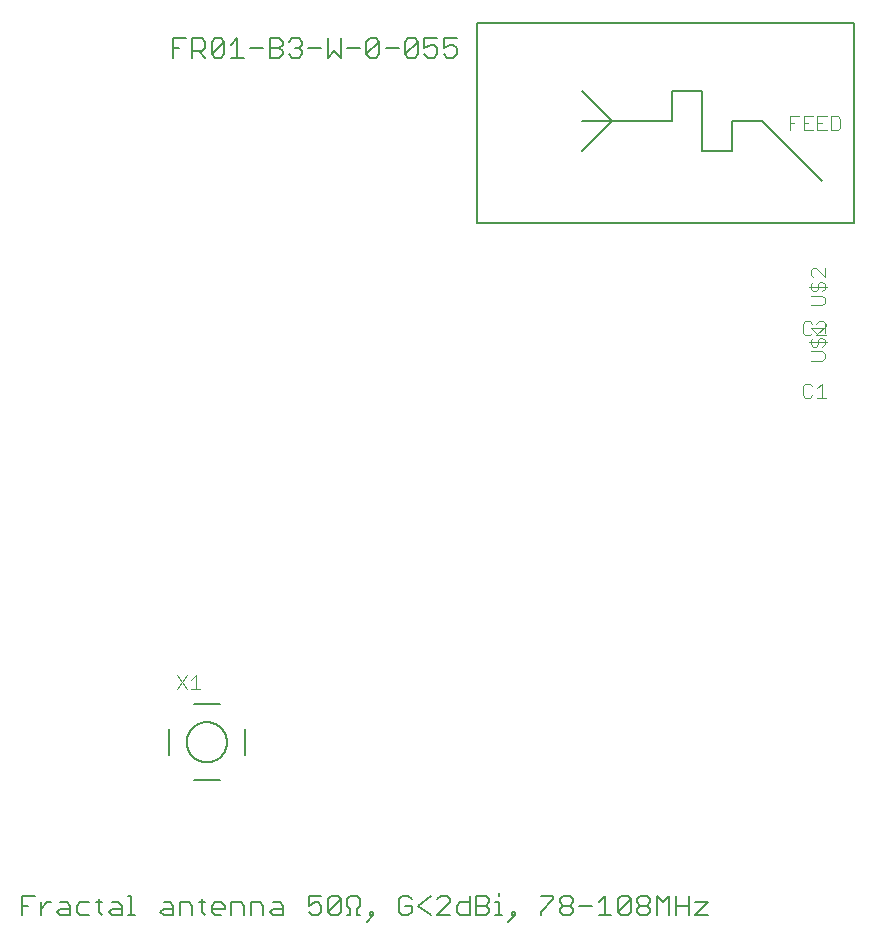
<source format=gbr>
G75*
%MOIN*%
%OFA0B0*%
%FSLAX25Y25*%
%IPPOS*%
%LPD*%
%AMOC8*
5,1,8,0,0,1.08239X$1,22.5*
%
%ADD10C,0.00600*%
%ADD11C,0.00500*%
%ADD12C,0.00400*%
%ADD13C,0.00800*%
D10*
X0003633Y0016347D02*
X0003633Y0022753D01*
X0007904Y0022753D01*
X0010079Y0020618D02*
X0010079Y0016347D01*
X0010079Y0018482D02*
X0012214Y0020618D01*
X0013282Y0020618D01*
X0016518Y0020618D02*
X0018653Y0020618D01*
X0019720Y0019550D01*
X0019720Y0016347D01*
X0016518Y0016347D01*
X0015450Y0017415D01*
X0016518Y0018482D01*
X0019720Y0018482D01*
X0021896Y0019550D02*
X0021896Y0017415D01*
X0022963Y0016347D01*
X0026166Y0016347D01*
X0029409Y0017415D02*
X0029409Y0021685D01*
X0030476Y0020618D02*
X0028341Y0020618D01*
X0026166Y0020618D02*
X0022963Y0020618D01*
X0021896Y0019550D01*
X0029409Y0017415D02*
X0030476Y0016347D01*
X0032638Y0017415D02*
X0033706Y0018482D01*
X0036908Y0018482D01*
X0036908Y0019550D02*
X0036908Y0016347D01*
X0033706Y0016347D01*
X0032638Y0017415D01*
X0033706Y0020618D02*
X0035841Y0020618D01*
X0036908Y0019550D01*
X0039084Y0022753D02*
X0040151Y0022753D01*
X0040151Y0016347D01*
X0039084Y0016347D02*
X0041219Y0016347D01*
X0049826Y0017415D02*
X0050894Y0018482D01*
X0054096Y0018482D01*
X0054096Y0019550D02*
X0054096Y0016347D01*
X0050894Y0016347D01*
X0049826Y0017415D01*
X0050894Y0020618D02*
X0053029Y0020618D01*
X0054096Y0019550D01*
X0056272Y0020618D02*
X0056272Y0016347D01*
X0056272Y0020618D02*
X0059474Y0020618D01*
X0060542Y0019550D01*
X0060542Y0016347D01*
X0063785Y0017415D02*
X0063785Y0021685D01*
X0064852Y0020618D02*
X0062717Y0020618D01*
X0063785Y0017415D02*
X0064852Y0016347D01*
X0067014Y0017415D02*
X0067014Y0019550D01*
X0068082Y0020618D01*
X0070217Y0020618D01*
X0071284Y0019550D01*
X0071284Y0018482D01*
X0067014Y0018482D01*
X0067014Y0017415D02*
X0068082Y0016347D01*
X0070217Y0016347D01*
X0073460Y0016347D02*
X0073460Y0020618D01*
X0076662Y0020618D01*
X0077730Y0019550D01*
X0077730Y0016347D01*
X0079905Y0016347D02*
X0079905Y0020618D01*
X0083108Y0020618D01*
X0084175Y0019550D01*
X0084175Y0016347D01*
X0086351Y0017415D02*
X0087418Y0018482D01*
X0090621Y0018482D01*
X0090621Y0019550D02*
X0090621Y0016347D01*
X0087418Y0016347D01*
X0086351Y0017415D01*
X0087418Y0020618D02*
X0089553Y0020618D01*
X0090621Y0019550D01*
X0099242Y0019550D02*
X0101377Y0020618D01*
X0102444Y0020618D01*
X0103512Y0019550D01*
X0103512Y0017415D01*
X0102444Y0016347D01*
X0100309Y0016347D01*
X0099242Y0017415D01*
X0099242Y0019550D02*
X0099242Y0022753D01*
X0103512Y0022753D01*
X0105687Y0021685D02*
X0106755Y0022753D01*
X0108890Y0022753D01*
X0109957Y0021685D01*
X0105687Y0017415D01*
X0106755Y0016347D01*
X0108890Y0016347D01*
X0109957Y0017415D01*
X0109957Y0021685D01*
X0112133Y0021685D02*
X0113200Y0022753D01*
X0115335Y0022753D01*
X0116403Y0021685D01*
X0116403Y0019550D01*
X0115335Y0018482D01*
X0115335Y0016347D01*
X0116403Y0016347D01*
X0118578Y0014212D02*
X0120713Y0016347D01*
X0119646Y0016347D01*
X0119646Y0017415D01*
X0120713Y0017415D01*
X0120713Y0016347D01*
X0129321Y0017415D02*
X0130388Y0016347D01*
X0132523Y0016347D01*
X0133591Y0017415D01*
X0133591Y0019550D01*
X0131456Y0019550D01*
X0133591Y0021685D02*
X0132523Y0022753D01*
X0130388Y0022753D01*
X0129321Y0021685D01*
X0129321Y0017415D01*
X0135766Y0019550D02*
X0140036Y0016347D01*
X0142212Y0016347D02*
X0146482Y0020618D01*
X0146482Y0021685D01*
X0145414Y0022753D01*
X0143279Y0022753D01*
X0142212Y0021685D01*
X0140036Y0022753D02*
X0135766Y0019550D01*
X0142212Y0016347D02*
X0146482Y0016347D01*
X0148657Y0017415D02*
X0148657Y0019550D01*
X0149725Y0020618D01*
X0152927Y0020618D01*
X0152927Y0022753D02*
X0152927Y0016347D01*
X0149725Y0016347D01*
X0148657Y0017415D01*
X0155103Y0016347D02*
X0155103Y0022753D01*
X0158305Y0022753D01*
X0159373Y0021685D01*
X0159373Y0020618D01*
X0158305Y0019550D01*
X0155103Y0019550D01*
X0158305Y0019550D02*
X0159373Y0018482D01*
X0159373Y0017415D01*
X0158305Y0016347D01*
X0155103Y0016347D01*
X0161548Y0016347D02*
X0163683Y0016347D01*
X0162616Y0016347D02*
X0162616Y0020618D01*
X0161548Y0020618D01*
X0162616Y0022753D02*
X0162616Y0023820D01*
X0166913Y0017415D02*
X0166913Y0016347D01*
X0167980Y0016347D01*
X0167980Y0017415D01*
X0166913Y0017415D01*
X0167980Y0016347D02*
X0165845Y0014212D01*
X0176587Y0016347D02*
X0176587Y0017415D01*
X0180858Y0021685D01*
X0180858Y0022753D01*
X0176587Y0022753D01*
X0183033Y0021685D02*
X0183033Y0020618D01*
X0184101Y0019550D01*
X0186236Y0019550D01*
X0187303Y0018482D01*
X0187303Y0017415D01*
X0186236Y0016347D01*
X0184101Y0016347D01*
X0183033Y0017415D01*
X0183033Y0018482D01*
X0184101Y0019550D01*
X0186236Y0019550D02*
X0187303Y0020618D01*
X0187303Y0021685D01*
X0186236Y0022753D01*
X0184101Y0022753D01*
X0183033Y0021685D01*
X0189478Y0019550D02*
X0193749Y0019550D01*
X0195924Y0020618D02*
X0198059Y0022753D01*
X0198059Y0016347D01*
X0195924Y0016347D02*
X0200194Y0016347D01*
X0202369Y0017415D02*
X0202369Y0021685D01*
X0203437Y0022753D01*
X0205572Y0022753D01*
X0206640Y0021685D01*
X0202369Y0017415D01*
X0203437Y0016347D01*
X0205572Y0016347D01*
X0206640Y0017415D01*
X0206640Y0021685D01*
X0208815Y0021685D02*
X0209883Y0022753D01*
X0212018Y0022753D01*
X0213085Y0021685D01*
X0213085Y0020618D01*
X0212018Y0019550D01*
X0209883Y0019550D01*
X0208815Y0020618D01*
X0208815Y0021685D01*
X0209883Y0019550D02*
X0208815Y0018482D01*
X0208815Y0017415D01*
X0209883Y0016347D01*
X0212018Y0016347D01*
X0213085Y0017415D01*
X0213085Y0018482D01*
X0212018Y0019550D01*
X0215260Y0016347D02*
X0215260Y0022753D01*
X0217396Y0020618D01*
X0219531Y0022753D01*
X0219531Y0016347D01*
X0221706Y0016347D02*
X0221706Y0022753D01*
X0221706Y0019550D02*
X0225976Y0019550D01*
X0228151Y0020618D02*
X0232422Y0020618D01*
X0228151Y0016347D01*
X0232422Y0016347D01*
X0225976Y0016347D02*
X0225976Y0022753D01*
X0113200Y0018482D02*
X0112133Y0019550D01*
X0112133Y0021685D01*
X0113200Y0018482D02*
X0113200Y0016347D01*
X0112133Y0016347D01*
X0105687Y0017415D02*
X0105687Y0021685D01*
X0005768Y0019550D02*
X0003633Y0019550D01*
X0054056Y0302174D02*
X0054056Y0308579D01*
X0058327Y0308579D01*
X0060502Y0308579D02*
X0063705Y0308579D01*
X0064772Y0307512D01*
X0064772Y0305377D01*
X0063705Y0304309D01*
X0060502Y0304309D01*
X0060502Y0302174D02*
X0060502Y0308579D01*
X0062637Y0304309D02*
X0064772Y0302174D01*
X0066947Y0303242D02*
X0071218Y0307512D01*
X0071218Y0303242D01*
X0070150Y0302174D01*
X0068015Y0302174D01*
X0066947Y0303242D01*
X0066947Y0307512D01*
X0068015Y0308579D01*
X0070150Y0308579D01*
X0071218Y0307512D01*
X0073393Y0306444D02*
X0075528Y0308579D01*
X0075528Y0302174D01*
X0073393Y0302174D02*
X0077663Y0302174D01*
X0079838Y0305377D02*
X0084109Y0305377D01*
X0086284Y0305377D02*
X0089487Y0305377D01*
X0090554Y0304309D01*
X0090554Y0303242D01*
X0089487Y0302174D01*
X0086284Y0302174D01*
X0086284Y0308579D01*
X0089487Y0308579D01*
X0090554Y0307512D01*
X0090554Y0306444D01*
X0089487Y0305377D01*
X0092729Y0307512D02*
X0093797Y0308579D01*
X0095932Y0308579D01*
X0097000Y0307512D01*
X0097000Y0306444D01*
X0095932Y0305377D01*
X0097000Y0304309D01*
X0097000Y0303242D01*
X0095932Y0302174D01*
X0093797Y0302174D01*
X0092729Y0303242D01*
X0094865Y0305377D02*
X0095932Y0305377D01*
X0099175Y0305377D02*
X0103445Y0305377D01*
X0105620Y0308579D02*
X0105620Y0302174D01*
X0107756Y0304309D01*
X0109891Y0302174D01*
X0109891Y0308579D01*
X0112066Y0305377D02*
X0116336Y0305377D01*
X0118511Y0303242D02*
X0118511Y0307512D01*
X0119579Y0308579D01*
X0121714Y0308579D01*
X0122782Y0307512D01*
X0118511Y0303242D01*
X0119579Y0302174D01*
X0121714Y0302174D01*
X0122782Y0303242D01*
X0122782Y0307512D01*
X0124957Y0305377D02*
X0129227Y0305377D01*
X0131402Y0303242D02*
X0131402Y0307512D01*
X0132470Y0308579D01*
X0134605Y0308579D01*
X0135673Y0307512D01*
X0131402Y0303242D01*
X0132470Y0302174D01*
X0134605Y0302174D01*
X0135673Y0303242D01*
X0135673Y0307512D01*
X0137848Y0308579D02*
X0137848Y0305377D01*
X0139983Y0306444D01*
X0141051Y0306444D01*
X0142118Y0305377D01*
X0142118Y0303242D01*
X0141051Y0302174D01*
X0138916Y0302174D01*
X0137848Y0303242D01*
X0137848Y0308579D02*
X0142118Y0308579D01*
X0144293Y0308579D02*
X0144293Y0305377D01*
X0146429Y0306444D01*
X0147496Y0306444D01*
X0148564Y0305377D01*
X0148564Y0303242D01*
X0147496Y0302174D01*
X0145361Y0302174D01*
X0144293Y0303242D01*
X0144293Y0308579D02*
X0148564Y0308579D01*
X0056192Y0305377D02*
X0054056Y0305377D01*
D11*
X0155321Y0313874D02*
X0155321Y0246945D01*
X0280912Y0246945D01*
X0280912Y0313874D01*
X0155321Y0313874D01*
X0190321Y0291000D02*
X0200321Y0281000D01*
X0190321Y0281000D01*
X0200321Y0281000D02*
X0190321Y0271000D01*
X0200321Y0281000D02*
X0220321Y0281000D01*
X0220321Y0291000D01*
X0230321Y0291000D01*
X0230321Y0271000D01*
X0240321Y0271000D01*
X0240321Y0281000D01*
X0250321Y0281000D01*
X0270321Y0261000D01*
D12*
X0268823Y0278011D02*
X0271893Y0278011D01*
X0273427Y0278011D02*
X0275729Y0278011D01*
X0276497Y0278778D01*
X0276497Y0281848D01*
X0275729Y0282615D01*
X0273427Y0282615D01*
X0273427Y0278011D01*
X0270358Y0280313D02*
X0268823Y0280313D01*
X0268823Y0282615D02*
X0268823Y0278011D01*
X0267289Y0278011D02*
X0264219Y0278011D01*
X0264219Y0282615D01*
X0267289Y0282615D01*
X0268823Y0282615D02*
X0271893Y0282615D01*
X0265754Y0280313D02*
X0264219Y0280313D01*
X0262685Y0282615D02*
X0259616Y0282615D01*
X0259616Y0278011D01*
X0259616Y0280313D02*
X0261150Y0280313D01*
X0267466Y0232020D02*
X0266698Y0231253D01*
X0266698Y0229718D01*
X0267466Y0228951D01*
X0267466Y0227417D02*
X0266698Y0226649D01*
X0266698Y0225115D01*
X0267466Y0224347D01*
X0268233Y0224347D01*
X0269000Y0225115D01*
X0269000Y0226649D01*
X0269767Y0227417D01*
X0270535Y0227417D01*
X0271302Y0226649D01*
X0271302Y0225115D01*
X0270535Y0224347D01*
X0270535Y0222813D02*
X0266698Y0222813D01*
X0266698Y0219743D02*
X0270535Y0219743D01*
X0271302Y0220511D01*
X0271302Y0222045D01*
X0270535Y0222813D01*
X0272069Y0225882D02*
X0265931Y0225882D01*
X0271302Y0228951D02*
X0268233Y0232020D01*
X0267466Y0232020D01*
X0271302Y0232020D02*
X0271302Y0228951D01*
X0270837Y0214249D02*
X0269302Y0214249D01*
X0268535Y0213481D01*
X0267001Y0213481D02*
X0266233Y0214249D01*
X0264699Y0214249D01*
X0263931Y0213481D01*
X0263931Y0210412D01*
X0264699Y0209645D01*
X0266233Y0209645D01*
X0267001Y0210412D01*
X0268233Y0210408D02*
X0266698Y0211942D01*
X0271302Y0211942D01*
X0271604Y0212714D02*
X0268535Y0209645D01*
X0271604Y0209645D01*
X0271302Y0210408D02*
X0271302Y0213477D01*
X0271604Y0213481D02*
X0270837Y0214249D01*
X0271604Y0213481D02*
X0271604Y0212714D01*
X0270535Y0208873D02*
X0269767Y0208873D01*
X0269000Y0208106D01*
X0269000Y0206571D01*
X0268233Y0205804D01*
X0267466Y0205804D01*
X0266698Y0206571D01*
X0266698Y0208106D01*
X0267466Y0208873D01*
X0265931Y0207339D02*
X0272069Y0207339D01*
X0271302Y0208106D02*
X0270535Y0208873D01*
X0271302Y0208106D02*
X0271302Y0206571D01*
X0270535Y0205804D01*
X0270535Y0204269D02*
X0266698Y0204269D01*
X0266698Y0201200D02*
X0270535Y0201200D01*
X0271302Y0201967D01*
X0271302Y0203502D01*
X0270535Y0204269D01*
X0270227Y0193461D02*
X0270227Y0188857D01*
X0268693Y0188857D02*
X0271762Y0188857D01*
X0268693Y0191927D02*
X0270227Y0193461D01*
X0267158Y0192694D02*
X0266391Y0193461D01*
X0264856Y0193461D01*
X0264089Y0192694D01*
X0264089Y0189625D01*
X0264856Y0188857D01*
X0266391Y0188857D01*
X0267158Y0189625D01*
X0061660Y0096335D02*
X0061660Y0091731D01*
X0063194Y0091731D02*
X0060125Y0091731D01*
X0058590Y0091731D02*
X0055521Y0096335D01*
X0058590Y0096335D02*
X0055521Y0091731D01*
X0060125Y0094801D02*
X0061660Y0096335D01*
D13*
X0060990Y0086630D02*
X0069652Y0086630D01*
X0077919Y0078362D02*
X0077919Y0069701D01*
X0069652Y0061433D02*
X0060990Y0061433D01*
X0052723Y0069701D02*
X0052723Y0078362D01*
X0058628Y0074031D02*
X0058630Y0074195D01*
X0058636Y0074359D01*
X0058646Y0074523D01*
X0058660Y0074687D01*
X0058678Y0074850D01*
X0058700Y0075013D01*
X0058727Y0075175D01*
X0058757Y0075337D01*
X0058791Y0075497D01*
X0058829Y0075657D01*
X0058870Y0075816D01*
X0058916Y0075974D01*
X0058966Y0076130D01*
X0059019Y0076286D01*
X0059076Y0076440D01*
X0059137Y0076592D01*
X0059202Y0076743D01*
X0059271Y0076893D01*
X0059343Y0077040D01*
X0059418Y0077186D01*
X0059498Y0077330D01*
X0059580Y0077472D01*
X0059666Y0077612D01*
X0059756Y0077749D01*
X0059849Y0077885D01*
X0059945Y0078018D01*
X0060045Y0078149D01*
X0060147Y0078277D01*
X0060253Y0078403D01*
X0060362Y0078526D01*
X0060474Y0078646D01*
X0060588Y0078764D01*
X0060706Y0078878D01*
X0060826Y0078990D01*
X0060949Y0079099D01*
X0061075Y0079205D01*
X0061203Y0079307D01*
X0061334Y0079407D01*
X0061467Y0079503D01*
X0061603Y0079596D01*
X0061740Y0079686D01*
X0061880Y0079772D01*
X0062022Y0079854D01*
X0062166Y0079934D01*
X0062312Y0080009D01*
X0062459Y0080081D01*
X0062609Y0080150D01*
X0062760Y0080215D01*
X0062912Y0080276D01*
X0063066Y0080333D01*
X0063222Y0080386D01*
X0063378Y0080436D01*
X0063536Y0080482D01*
X0063695Y0080523D01*
X0063855Y0080561D01*
X0064015Y0080595D01*
X0064177Y0080625D01*
X0064339Y0080652D01*
X0064502Y0080674D01*
X0064665Y0080692D01*
X0064829Y0080706D01*
X0064993Y0080716D01*
X0065157Y0080722D01*
X0065321Y0080724D01*
X0065485Y0080722D01*
X0065649Y0080716D01*
X0065813Y0080706D01*
X0065977Y0080692D01*
X0066140Y0080674D01*
X0066303Y0080652D01*
X0066465Y0080625D01*
X0066627Y0080595D01*
X0066787Y0080561D01*
X0066947Y0080523D01*
X0067106Y0080482D01*
X0067264Y0080436D01*
X0067420Y0080386D01*
X0067576Y0080333D01*
X0067730Y0080276D01*
X0067882Y0080215D01*
X0068033Y0080150D01*
X0068183Y0080081D01*
X0068330Y0080009D01*
X0068476Y0079934D01*
X0068620Y0079854D01*
X0068762Y0079772D01*
X0068902Y0079686D01*
X0069039Y0079596D01*
X0069175Y0079503D01*
X0069308Y0079407D01*
X0069439Y0079307D01*
X0069567Y0079205D01*
X0069693Y0079099D01*
X0069816Y0078990D01*
X0069936Y0078878D01*
X0070054Y0078764D01*
X0070168Y0078646D01*
X0070280Y0078526D01*
X0070389Y0078403D01*
X0070495Y0078277D01*
X0070597Y0078149D01*
X0070697Y0078018D01*
X0070793Y0077885D01*
X0070886Y0077749D01*
X0070976Y0077612D01*
X0071062Y0077472D01*
X0071144Y0077330D01*
X0071224Y0077186D01*
X0071299Y0077040D01*
X0071371Y0076893D01*
X0071440Y0076743D01*
X0071505Y0076592D01*
X0071566Y0076440D01*
X0071623Y0076286D01*
X0071676Y0076130D01*
X0071726Y0075974D01*
X0071772Y0075816D01*
X0071813Y0075657D01*
X0071851Y0075497D01*
X0071885Y0075337D01*
X0071915Y0075175D01*
X0071942Y0075013D01*
X0071964Y0074850D01*
X0071982Y0074687D01*
X0071996Y0074523D01*
X0072006Y0074359D01*
X0072012Y0074195D01*
X0072014Y0074031D01*
X0072012Y0073867D01*
X0072006Y0073703D01*
X0071996Y0073539D01*
X0071982Y0073375D01*
X0071964Y0073212D01*
X0071942Y0073049D01*
X0071915Y0072887D01*
X0071885Y0072725D01*
X0071851Y0072565D01*
X0071813Y0072405D01*
X0071772Y0072246D01*
X0071726Y0072088D01*
X0071676Y0071932D01*
X0071623Y0071776D01*
X0071566Y0071622D01*
X0071505Y0071470D01*
X0071440Y0071319D01*
X0071371Y0071169D01*
X0071299Y0071022D01*
X0071224Y0070876D01*
X0071144Y0070732D01*
X0071062Y0070590D01*
X0070976Y0070450D01*
X0070886Y0070313D01*
X0070793Y0070177D01*
X0070697Y0070044D01*
X0070597Y0069913D01*
X0070495Y0069785D01*
X0070389Y0069659D01*
X0070280Y0069536D01*
X0070168Y0069416D01*
X0070054Y0069298D01*
X0069936Y0069184D01*
X0069816Y0069072D01*
X0069693Y0068963D01*
X0069567Y0068857D01*
X0069439Y0068755D01*
X0069308Y0068655D01*
X0069175Y0068559D01*
X0069039Y0068466D01*
X0068902Y0068376D01*
X0068762Y0068290D01*
X0068620Y0068208D01*
X0068476Y0068128D01*
X0068330Y0068053D01*
X0068183Y0067981D01*
X0068033Y0067912D01*
X0067882Y0067847D01*
X0067730Y0067786D01*
X0067576Y0067729D01*
X0067420Y0067676D01*
X0067264Y0067626D01*
X0067106Y0067580D01*
X0066947Y0067539D01*
X0066787Y0067501D01*
X0066627Y0067467D01*
X0066465Y0067437D01*
X0066303Y0067410D01*
X0066140Y0067388D01*
X0065977Y0067370D01*
X0065813Y0067356D01*
X0065649Y0067346D01*
X0065485Y0067340D01*
X0065321Y0067338D01*
X0065157Y0067340D01*
X0064993Y0067346D01*
X0064829Y0067356D01*
X0064665Y0067370D01*
X0064502Y0067388D01*
X0064339Y0067410D01*
X0064177Y0067437D01*
X0064015Y0067467D01*
X0063855Y0067501D01*
X0063695Y0067539D01*
X0063536Y0067580D01*
X0063378Y0067626D01*
X0063222Y0067676D01*
X0063066Y0067729D01*
X0062912Y0067786D01*
X0062760Y0067847D01*
X0062609Y0067912D01*
X0062459Y0067981D01*
X0062312Y0068053D01*
X0062166Y0068128D01*
X0062022Y0068208D01*
X0061880Y0068290D01*
X0061740Y0068376D01*
X0061603Y0068466D01*
X0061467Y0068559D01*
X0061334Y0068655D01*
X0061203Y0068755D01*
X0061075Y0068857D01*
X0060949Y0068963D01*
X0060826Y0069072D01*
X0060706Y0069184D01*
X0060588Y0069298D01*
X0060474Y0069416D01*
X0060362Y0069536D01*
X0060253Y0069659D01*
X0060147Y0069785D01*
X0060045Y0069913D01*
X0059945Y0070044D01*
X0059849Y0070177D01*
X0059756Y0070313D01*
X0059666Y0070450D01*
X0059580Y0070590D01*
X0059498Y0070732D01*
X0059418Y0070876D01*
X0059343Y0071022D01*
X0059271Y0071169D01*
X0059202Y0071319D01*
X0059137Y0071470D01*
X0059076Y0071622D01*
X0059019Y0071776D01*
X0058966Y0071932D01*
X0058916Y0072088D01*
X0058870Y0072246D01*
X0058829Y0072405D01*
X0058791Y0072565D01*
X0058757Y0072725D01*
X0058727Y0072887D01*
X0058700Y0073049D01*
X0058678Y0073212D01*
X0058660Y0073375D01*
X0058646Y0073539D01*
X0058636Y0073703D01*
X0058630Y0073867D01*
X0058628Y0074031D01*
M02*

</source>
